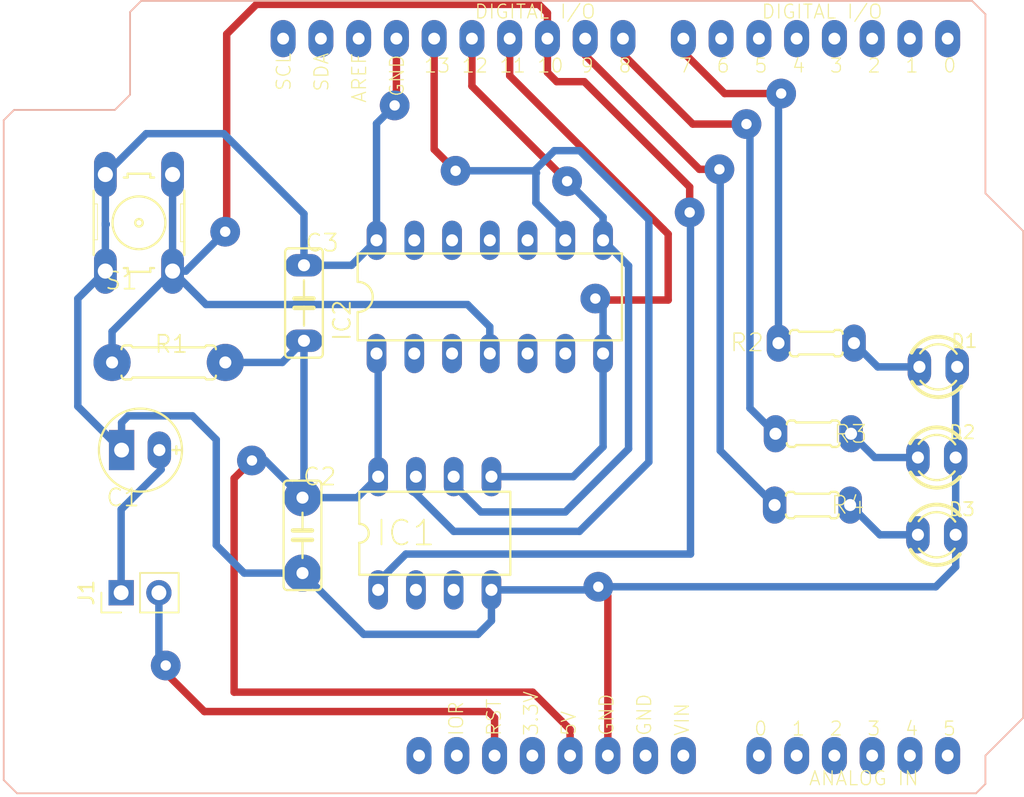
<source format=kicad_pcb>
(kicad_pcb (version 20211014) (generator pcbnew)
  (layers (0 "F.Cu" signal) (31 "B.Cu" signal) (34 "B.Paste" user) (35 "F.Paste" user) (36 "B.SilkS" user "B.Silkscreen") (37 "F.SilkS" user "F.Silkscreen") (38 "B.Mask" user) (39 "F.Mask" user) (44 "Edge.Cuts" user))
  (net 0 "")
  (net 1 "GND")
  (net 2 "+UB")
  (net 3 "VIN")
  (net 4 "Net-(C1-Pad+)")
  (net 5 "/MISO")
  (net 6 "/SCK")
  (net 7 "/MOSI")
  (net 8 "/RESET")
  (net 9 "Net-(D1-PadA)")
  (net 10 "Net-(D2-PadA)")
  (net 11 "Net-(D3-PadA)")
  (net 14 "3V3")
  (net 15 "Net-(U$1-PadRESET)")
  (net 16 "Net-(R2-Pad1)")
  (net 17 "Net-(R3-Pad1)")
  (net 18 "Net-(R4-Pad1)")
  (footprint "Attiny programmer shield:0204_5" (layer "F.Cu") (at 202.9 85.6)
    (fp_text reference "R4" (at 3.5941 0.002113) (layer "F.SilkS") (effects (font (size 1.180846 1.180846) (thickness 0.089154)) (justify right)))
    (fp_text value "270")
    (fp_line (start -1.524 -0.889) (end -1.27 -0.889) (layer "F.SilkS") (width 0.1524))
    (fp_line (start -1.143 0.762) (end -1.27 0.889) (layer "F.SilkS") (width 0.1524))
    (fp_line (start 1.143 0.762) (end -1.143 0.762) (layer "F.SilkS") (width 0.1524))
    (fp_line (start 1.143 -0.762) (end -1.143 -0.762) (layer "F.SilkS") (width 0.1524))
    (fp_line (start 1.143 0.762) (end 1.27 0.889) (layer "F.SilkS") (width 0.1524))
    (fp_line (start -1.143 -0.762) (end -1.27 -0.889) (layer "F.SilkS") (width 0.1524))
    (fp_line (start -1.524 0.889) (end -1.27 0.889) (layer "F.SilkS") (width 0.1524))
    (fp_line (start 1.143 -0.762) (end 1.27 -0.889) (layer "F.SilkS") (width 0.1524))
    (fp_line (start 1.524 -0.889) (end 1.27 -0.889) (layer "F.SilkS") (width 0.1524))
    (fp_line (start 1.524 0.889) (end 1.27 0.889) (layer "F.SilkS") (width 0.1524))
    (fp_arc (start 1.778 0.635) (mid 1.703605 0.814605) (end 1.524 0.889) (layer "F.SilkS") (width 0.1524))
    (fp_arc (start -1.524 0.889) (mid -1.703605 0.814605) (end -1.778 0.635) (layer "F.SilkS") (width 0.1524))
    (fp_arc (start -1.778 -0.635) (mid -1.703605 -0.814605) (end -1.524 -0.889) (layer "F.SilkS") (width 0.1524))
    (fp_arc (start 1.524 -0.889) (mid 1.703605 -0.814605) (end 1.778 -0.635) (layer "F.SilkS") (width 0.1524))
    (pad "1" thru_hole oval (at -2.54 0) (size 1.5748 2.5) (drill 0.8128) (layers *.Cu *.Mask) (net 18 "Net-(R4-Pad1)"))
    (pad "2" thru_hole oval (at 2.54 0) (size 1.5748 2.5) (drill 0.8128) (layers *.Cu *.Mask) (net 11 "Net-(D3-PadA)"))
  )
  (footprint "Attiny programmer shield:0204_5" (layer "F.Cu") (at 203.16 74.7)
    (fp_text reference "R2" (at -3.4417 -0.0381) (layer "F.SilkS") (effects (font (size 1.180846 1.180846) (thickness 0.089154)) (justify right)))
    (fp_text value "270")
    (fp_line (start 1.143 0.762) (end -1.143 0.762) (layer "F.SilkS") (width 0.1524))
    (fp_line (start -1.143 -0.762) (end -1.27 -0.889) (layer "F.SilkS") (width 0.1524))
    (fp_line (start -1.524 -0.889) (end -1.27 -0.889) (layer "F.SilkS") (width 0.1524))
    (fp_line (start 1.524 -0.889) (end 1.27 -0.889) (layer "F.SilkS") (width 0.1524))
    (fp_line (start 1.143 -0.762) (end -1.143 -0.762) (layer "F.SilkS") (width 0.1524))
    (fp_line (start 1.143 0.762) (end 1.27 0.889) (layer "F.SilkS") (width 0.1524))
    (fp_line (start -1.143 0.762) (end -1.27 0.889) (layer "F.SilkS") (width 0.1524))
    (fp_line (start 1.143 -0.762) (end 1.27 -0.889) (layer "F.SilkS") (width 0.1524))
    (fp_line (start -1.524 0.889) (end -1.27 0.889) (layer "F.SilkS") (width 0.1524))
    (fp_line (start 1.524 0.889) (end 1.27 0.889) (layer "F.SilkS") (width 0.1524))
    (fp_arc (start -1.524 0.889) (mid -1.703605 0.814605) (end -1.778 0.635) (layer "F.SilkS") (width 0.1524))
    (fp_arc (start 1.778 0.635) (mid 1.703605 0.814605) (end 1.524 0.889) (layer "F.SilkS") (width 0.1524))
    (fp_arc (start -1.778 -0.635) (mid -1.703605 -0.814605) (end -1.524 -0.889) (layer "F.SilkS") (width 0.1524))
    (fp_arc (start 1.524 -0.889) (mid 1.703605 -0.814605) (end 1.778 -0.635) (layer "F.SilkS") (width 0.1524))
    (pad "1" thru_hole oval (at -2.54 0) (size 1.5748 2.5) (drill 0.8128) (layers *.Cu *.Mask) (net 16 "Net-(R2-Pad1)"))
    (pad "2" thru_hole oval (at 2.54 0) (size 1.5748 2.5) (drill 0.8128) (layers *.Cu *.Mask) (net 9 "Net-(D1-PadA)"))
  )
  (footprint "Attiny programmer shield:LED3MM" (layer "F.Cu") (at 211.37 76.3)
    (fp_text reference "D1" (at 0.8001 -1.7399) (layer "F.SilkS") (effects (font (size 0.9017 0.9017) (thickness 0.1143)) (justify left)))
    (fp_text value "Yellow - programming" hide)
    (fp_arc (start 0 1.524) (mid -0.669593 1.369018) (end -1.203 0.9356) (layer "F.SilkS") (width 0.1524))
    (fp_arc (start 0 -1.524) (mid 0.697339 -1.355082) (end 1.2401 -0.885801) (layer "F.SilkS") (width 0.1524))
    (fp_arc (start 1.203 0.9356) (mid 0.669593 1.369018) (end 0 1.524) (layer "F.SilkS") (width 0.1524))
    (fp_arc (start -1.2192 -0.9144) (mid -0.681554 -1.363107) (end 0 -1.524) (layer "F.SilkS") (width 0.1524))
    (fp_arc (start 0 2.032) (mid -1.019925 1.757525) (end -1.7643 1.0082) (layer "F.SilkS") (width 0.254))
    (fp_arc (start -1.7929 -0.9562) (mid -1.045438 -1.7424) (end 0 -2.032) (layer "F.SilkS") (width 0.254))
    (fp_arc (start 1.5512 1.3126) (mid 0.854953 1.843405) (end 0 2.032) (layer "F.SilkS") (width 0.254))
    (fp_arc (start 0 -2.032) (mid 0.861864 -1.840173) (end 1.561 -1.3009) (layer "F.SilkS") (width 0.254))
    (pad "A" thru_hole oval (at -1.27 0) (size 1.5748 2.5) (drill 0.8128) (layers *.Cu *.Mask) (net 9 "Net-(D1-PadA)"))
    (pad "K" thru_hole oval (at 1.27 0) (size 1.5748 2.5) (drill 0.8128) (layers *.Cu *.Mask) (net 1 "GND"))
  )
  (footprint "Attiny programmer shield:ARDUINO-R3" (layer "F.Cu") (at 148.5011 105.0036)
    (fp_text reference "U$1" hide)
    (fp_text value "Arduino Uno" hide)
    (fp_text user "1" (at 52.959 -3.81) (layer "F.SilkS") (effects (font (size 0.93472 0.93472) (thickness 0.08128)) (justify left bottom)))
    (fp_text user "RST" (at 33.528 -3.7999 90) (layer "F.SilkS") (effects (font (size 0.93472 0.93472) (thickness 0.08128)) (justify left bottom)))
    (fp_text user "10" (at 37.719 -49.53) (layer "F.SilkS") (effects (font (size 0.93472 0.93472) (thickness 0.08128)) (justify right top)))
    (fp_text user "0" (at 50.419 -3.81) (layer "F.SilkS") (effects (font (size 0.93472 0.93472) (thickness 0.08128)) (justify left bottom)))
    (fp_text user "VIN" (at 46.1772 -3.81 90) (layer "F.SilkS") (effects (font (size 0.93472 0.93472) (thickness 0.08128)) (justify left bottom)))
    (fp_text user "3.3V" (at 36.0223 -3.81 90) (layer "F.SilkS") (effects (font (size 0.93472 0.93472) (thickness 0.08128)) (justify left bottom)))
    (fp_text user "5V" (at 38.5572 -3.81 90) (layer "F.SilkS") (effects (font (size 0.93472 0.93472) (thickness 0.08128)) (justify left bottom)))
    (fp_text user "DIGITAL I/O" (at 31.623 -52.07) (layer "F.SilkS") (effects (font (size 0.93472 0.93472) (thickness 0.08128)) (justify left bottom)))
    (fp_text user "2" (at 59.055 -49.53) (layer "F.SilkS") (effects (font (size 0.93472 0.93472) (thickness 0.08128)) (justify right top)))
    (fp_text user "2" (at 55.499 -3.81) (layer "F.SilkS") (effects (font (size 0.93472 0.93472) (thickness 0.08128)) (justify left bottom)))
    (fp_text user "7" (at 46.355 -49.53) (layer "F.SilkS") (effects (font (size 0.93472 0.93472) (thickness 0.08128)) (justify right top)))
    (fp_text user "4" (at 60.579 -3.81) (layer "F.SilkS") (effects (font (size 0.93472 0.93472) (thickness 0.08128)) (justify left bottom)))
    (fp_text user "SDA" (at 20.828 -49.911 90) (layer "F.SilkS") (effects (font (size 0.93472 0.93472) (thickness 0.08128)) (justify right top)))
    (fp_text user "12" (at 32.639 -49.53) (layer "F.SilkS") (effects (font (size 0.93472 0.93472) (thickness 0.08128)) (justify right top)))
    (fp_text user "13" (at 30.099 -49.53) (layer "F.SilkS") (effects (font (size 0.93472 0.93472) (thickness 0.08128)) (justify right top)))
    (fp_text user "GND" (at 41.0972 -3.81 90) (layer "F.SilkS") (effects (font (size 0.93472 0.93472) (thickness 0.08128)) (justify left bottom)))
    (fp_text user "5" (at 63.119 -3.81) (layer "F.SilkS") (effects (font (size 0.93472 0.93472) (thickness 0.08128)) (justify left bottom)))
    (fp_text user "1" (at 61.595 -49.53) (layer "F.SilkS") (effects (font (size 0.93472 0.93472) (thickness 0.08128)) (justify right top)))
    (fp_text user "IOR" (at 30.988 -3.7999 90) (layer "F.SilkS") (effects (font (size 0.93472 0.93472) (thickness 0.08128)) (justify left bottom)))
    (fp_text user "GND" (at 25.908 -49.784 90) (layer "F.SilkS") (effects (font (size 0.93472 0.93472) (thickness 0.08128)) (justify right top)))
    (fp_text user "SCL" (at 18.288 -49.911 90) (layer "F.SilkS") (effects (font (size 0.93472 0.93472) (thickness 0.08128)) (justify right top)))
    (fp_text user "5" (at 51.435 -49.53) (layer "F.SilkS") (effects (font (size 0.93472 0.93472) (thickness 0.08128)) (justify right top)))
    (fp_text user "8" (at 42.291 -49.53) (layer "F.SilkS") (effects (font (size 0.93472 0.93472) (thickness 0.08128)) (justify right top)))
    (fp_text user "GND" (at 43.6372 -3.81 90) (layer "F.SilkS") (effects (font (size 0.93472 0.93472) (thickness 0.08128)) (justify left bottom)))
    (fp_text user "11" (at 35.179 -49.53) (layer "F.SilkS") (effects (font (size 0.93472 0.93472) (thickness 0.08128)) (justify right top)))
    (fp_text user "3" (at 58.039 -3.81) (layer "F.SilkS") (effects (font (size 0.93472 0.93472) (thickness 0.08128)) (justify left bottom)))
    (fp_text user "ANALOG IN" (at 54.1121 -0.4623) (layer "F.SilkS") (effects (font (size 0.93472 0.93472) (thickness 0.08128)) (justify left bottom)))
    (fp_text user "6" (at 48.895 -49.53) (layer "F.SilkS") (effects (font (size 0.93472 0.93472) (thickness 0.08128)) (justify right top)))
    (fp_text user "3" (at 56.515 -49.53) (layer "F.SilkS") (effects (font (size 0.93472 0.93472) (thickness 0.08128)) (justify right top)))
    (fp_text user "4" (at 53.975 -49.53) (layer "F.SilkS") (effects (font (size 0.93472 0.93472) (thickness 0.08128)) (justify right top)))
    (fp_text user "9" (at 39.751 -49.53) (layer "F.SilkS") (effects (font (size 0.93472 0.93472) (thickness 0.08128)) (justify right top)))
    (fp_text user "DIGITAL I/O" (at 50.927 -52.07) (layer "F.SilkS") (effects (font (size 0.93472 0.93472) (thickness 0.08128)) (justify left bottom)))
    (fp_text user "0" (at 64.135 -49.53) (layer "F.SilkS") (effects (font (size 0.93472 0.93472) (thickness 0.08128)) (justify right top)))
    (fp_text user "AREF" (at 23.368 -49.911 90) (layer "F.SilkS") (effects (font (size 0.93472 0.93472) (thickness 0.08128)) (justify right top)))
    (fp_line (start 66.04 -52.441975) (end 66.04 -40.386) (layer "B.SilkS") (width 0.12))
    (fp_line (start 66.04 -0.635) (end 66.04 -2.54) (layer "B.SilkS") (width 0.12))
    (fp_line (start 8.5 -52.5948) (end 9.2452 -53.34) (layer "B.SilkS") (width 0.12))
    (fp_line (start 0 -0.898025) (end 0 -45.306009) (layer "B.SilkS") (width 0.12))
    (fp_line (start 8.5 -47.019862) (end 8.5 -52.5948) (layer "B.SilkS") (width 0.12))
    (fp_line (start 66.04 -2.54) (end 68.58 -5.08) (layer "B.SilkS") (width 0.12))
    (fp_line (start 0 -45.306009) (end 0.69399 -46) (layer "B.SilkS") (width 0.12))
    (fp_line (start 0.69399 -46) (end 7.480137 -46) (layer "B.SilkS") (width 0.12))
    (fp_line (start 68.58 -37.846) (end 66.04 -40.386) (layer "B.SilkS") (width 0.12))
    (fp_line (start 9.2452 -53.34) (end 65.141975 -53.34) (layer "B.SilkS") (width 0.12))
    (fp_line (start 65.405 0) (end 0.898025 0) (layer "B.SilkS") (width 0.12))
    (fp_line (start 65.405 0) (end 66.04 -0.635) (layer "B.SilkS") (width 0.12))
    (fp_line (start 7.480137 -46) (end 8.5 -47.019862) (layer "B.SilkS") (width 0.12))
    (fp_line (start 65.141975 -53.34) (end 66.04 -52.441975) (layer "B.SilkS") (width 0.12))
    (fp_line (start 68.58 -5.08) (end 68.58 -37.846) (layer "B.SilkS") (width 0.12))
    (fp_line (start 0.898025 0) (end 0 -0.898025) (layer "B.SilkS") (width 0.12))
    (pad "3V" thru_hole oval (at 35.56 -2.54) (size 1.6764 2.5) (drill 0.8) (layers *.Cu *.Mask) (net 14 "3V3"))
    (pad "5V" thru_hole oval (at 38.1 -2.54) (size 1.6764 2.5) (drill 0.8) (layers *.Cu *.Mask) (net 2 "+UB"))
    (pad "A0" thru_hole oval (at 50.8 -2.54) (size 1.6764 2.5) (drill 0.8) (layers *.Cu *.Mask))
    (pad "A1" thru_hole oval (at 53.34 -2.54) (size 1.6764 2.5) (drill 0.8) (layers *.Cu *.Mask))
    (pad "A2" thru_hole oval (at 55.88 -2.54) (size 1.6764 2.5) (drill 0.8) (layers *.Cu *.Mask))
    (pad "A3" thru_hole oval (at 58.42 -2.54) (size 1.6764 2.5) (drill 0.8) (layers *.Cu *.Mask))
    (pad "A4" thru_hole oval (at 60.96 -2.54) (size 1.6764 2.5) (drill 0.8) (layers *.Cu *.Mask))
    (pad "A5" thru_hole oval (at 63.5 -2.54) (size 1.6764 2.5) (drill 0.8) (layers *.Cu *.Mask))
    (pad "AREF" thru_hole oval (at 23.876 -50.8) (size 1.6764 2.5) (drill 0.8) (layers *.Cu *.Mask))
    (pad "D0" thru_hole oval (at 63.5 -50.8) (size 1.6764 2.5) (drill 0.8) (layers *.Cu *.Mask))
    (pad "D1" thru_hole oval (at 60.96 -50.8) (size 1.6764 2.5) (drill 0.8) (layers *.Cu *.Mask))
    (pad "D2" thru_hole oval (at 58.42 -50.8) (size 1.6764 2.5) (drill 0.8) (layers *.Cu *.Mask))
    (pad "D3" thru_hole oval (at 55.88 -50.8) (size 1.6764 2.5) (drill 0.8) (layers *.Cu *.Mask))
    (pad "D4" thru_hole oval (at 53.34 -50.8) (size 1.6764 2.5) (drill 0.8) (layers *.Cu *.Mask))
    (pad "D5" thru_hole oval (at 50.8 -50.8) (size 1.6764 2.5) (drill 0.8) (layers *.Cu *.Mask))
    (pad "D6" thru_hole oval (at 48.26 -50.8) (size 1.6764 2.5) (drill 0.8) (layers *.Cu *.Mask))
    (pad "D7" thru_hole oval (at 45.72 -50.8) (size 1.6764 2.5) (drill 0.8) (layers *.Cu *.Mask) (net 16 "Net-(R2-Pad1)"))
    (pad "D8" thru_hole oval (at 41.656 -50.8) (size 1.6764 2.5) (drill 0.8) (layers *.Cu *.Mask) (net 17 "Net-(R3-Pad1)"))
    (pad "D9" thru_hole oval (at 39.116 -50.8) (size 1.6764 2.5) (drill 0.8) (layers *.Cu *.Mask) (net 18 "Net-(R4-Pad1)"))
    (pad "D10" thru_hole oval (at 36.576 -50.8) (size 1.6764 2.5) (drill 0.8) (layers *.Cu *.Mask) (net 8 "/RESET"))
    (pad "D11" thru_hole oval (at 34.036 -50.8) (size 1.6764 2.5) (drill 0.8) (layers *.Cu *.Mask) (net 7 "/MOSI"))
    (pad "D12" thru_hole oval (at 31.496 -50.8) (size 1.6764 2.5) (drill 0.8) (layers *.Cu *.Mask) (net 5 "/MISO"))
    (pad "D13" thru_hole oval (at 28.956 -50.8) (size 1.6764 2.5) (drill 0.8) (layers *.Cu *.Mask) (net 6 "/SCK"))
    (pad "GND" thru_hole oval (at 26.416 -50.8) (size 1.6764 2.5) (drill 0.8) (layers *.Cu *.Mask) (net 1 "GND"))
    (pad "GND1" thru_hole oval (at 43.18 -2.54) (size 1.6764 2.5) (drill 0.8) (layers *.Cu *.Mask) (net 1 "GND"))
    (pad "GND2" thru_hole oval (at 40.64 -2.54) (size 1.6764 2.5) (drill 0.8) (layers *.Cu *.Mask) (net 1 "GND"))
    (pad "IOREF" thru_hole oval (at 30.48 -2.54) (size 1.6764 2.5) (drill 0.8) (layers *.Cu *.Mask))
    (pad "RESERVED" thru_hole oval (at 27.94 -2.54) (size 1.6764 2.5) (drill 0.8) (layers *.Cu *.Mask))
    (pad "RESET" thru_hole oval (at 33.02 -2.54) (size 1.6764 2.5) (drill 0.8) (layers *.Cu *.Mask) (net 15 "Net-(U$1-PadRESET)"))
    (pad "SCL" thru_hole oval (at 18.796 -50.8) (size 1.6764 2.5) (drill 0.8) (layers *.Cu *.Mask))
    (pad "SDA" thru_hole oval (at 21.336 -50.8) (size 1.6764 2.5) (drill 0.8) (layers *.Cu *.Mask))
    (pad "VIN" thru_hole oval (at 45.72 -2.54) (size 1.6764 2.5) (drill 0.8) (layers *.Cu *.Mask) (net 3 "VIN"))
  )
  (footprint "Attiny programmer shield:LED3MM" (layer "F.Cu") (at 211.27 82.4)
    (fp_text reference "D2" (at 0.762 -1.7018) (layer "F.SilkS") (effects (font (size 0.9017 0.9017) (thickness 0.1143)) (justify left)))
    (fp_text value "Red - error" hide)
    (fp_arc (start 0 2.032) (mid -1.019925 1.757525) (end -1.7643 1.0082) (layer "F.SilkS") (width 0.254))
    (fp_arc (start 0 -1.524) (mid 0.697339 -1.355082) (end 1.2401 -0.885801) (layer "F.SilkS") (width 0.1524))
    (fp_arc (start 0 -2.032) (mid 0.861864 -1.840173) (end 1.561 -1.3009) (layer "F.SilkS") (width 0.254))
    (fp_arc (start -1.2192 -0.9144) (mid -0.681554 -1.363107) (end 0 -1.524) (layer "F.SilkS") (width 0.1524))
    (fp_arc (start -1.7929 -0.9562) (mid -1.045438 -1.7424) (end 0 -2.032) (layer "F.SilkS") (width 0.254))
    (fp_arc (start 1.5512 1.3126) (mid 0.854953 1.843405) (end 0 2.032) (layer "F.SilkS") (width 0.254))
    (fp_arc (start 1.203 0.9356) (mid 0.669593 1.369018) (end 0 1.524) (layer "F.SilkS") (width 0.1524))
    (fp_arc (start 0 1.524) (mid -0.669593 1.369018) (end -1.203 0.9356) (layer "F.SilkS") (width 0.1524))
    (pad "A" thru_hole oval (at -1.27 0) (size 1.5748 2.5) (drill 0.8128) (layers *.Cu *.Mask) (net 10 "Net-(D2-PadA)"))
    (pad "K" thru_hole oval (at 1.27 0) (size 1.5748 2.5) (drill 0.8128) (layers *.Cu *.Mask) (net 1 "GND"))
  )
  (footprint "Attiny programmer shield:DIL08" (layer "F.Cu") (at 177.5 87.5)
    (fp_text reference "IC1" (at -4.058112 -0.014987) (layer "F.SilkS") (effects (font (size 1.6637 1.6637) (thickness 0.1143)) (justify left)))
    (fp_text value "attiny10/11/12/13/15/22/25/45/85" hide)
    (fp_line (start -5.08 0.635) (end -5.08 2.794) (layer "F.SilkS") (width 0.1524))
    (fp_line (start -5.08 -2.794) (end -5.08 -0.635) (layer "F.SilkS") (width 0.1524))
    (fp_line (start -5.08 2.794) (end 5.08 2.794) (layer "F.SilkS") (width 0.1524))
    (fp_line (start 5.08 -2.794) (end -5.08 -2.794) (layer "F.SilkS") (width 0.1524))
    (fp_line (start 5.08 2.794) (end 5.08 -2.794) (layer "F.SilkS") (width 0.1524))
    (fp_arc (start -5.08 -0.635) (mid -4.445 0) (end -5.08 0.635) (layer "F.SilkS") (width 0.1524))
    (pad "1" thru_hole oval (at -3.81 3.81 90) (size 2.6416 1.3208) (drill 0.8128) (layers *.Cu *.Mask) (net 8 "/RESET"))
    (pad "2" thru_hole oval (at -1.27 3.81 90) (size 2.6416 1.3208) (drill 0.8128) (layers *.Cu *.Mask))
    (pad "3" thru_hole oval (at 1.27 3.81 90) (size 2.6416 1.3208) (drill 0.8128) (layers *.Cu *.Mask))
    (pad "4" thru_hole oval (at 3.81 3.81 90) (size 2.6416 1.3208) (drill 0.8128) (layers *.Cu *.Mask) (net 1 "GND"))
    (pad "5" thru_hole oval (at 3.81 -3.81 90) (size 2.6416 1.3208) (drill 0.8128) (layers *.Cu *.Mask) (net 7 "/MOSI"))
    (pad "6" thru_hole oval (at 1.27 -3.81 90) (size 2.6416 1.3208) (drill 0.8128) (layers *.Cu *.Mask) (net 5 "/MISO"))
    (pad "7" thru_hole oval (at -1.27 -3.81 90) (size 2.6416 1.3208) (drill 0.8128) (layers *.Cu *.Mask) (net 6 "/SCK"))
    (pad "8" thru_hole oval (at -3.81 -3.81 90) (size 2.6416 1.3208) (drill 0.8128) (layers *.Cu *.Mask) (net 2 "+UB"))
  )
  (footprint "Attiny programmer shield:B3F-10XX" (layer "F.Cu") (at 157.6 66.6 -90)
    (fp_text reference "S1" (at 3.902685 0.012784) (layer "F.SilkS") (effects (font (size 1.1557 1.1557) (thickness 0.1143)) (justify right)))
    (fp_text value "Reset" hide)
    (fp_line (start -3.048 0.762) (end -3.302 0.762) (layer "F.SilkS") (width 0.1524))
    (fp_line (start 1.27 -2.794) (end 1.27 -3.048) (layer "F.SilkS") (width 0.0508))
    (fp_line (start -1.27 -3.048) (end -1.27 -2.794) (layer "F.SilkS") (width 0.0508))
    (fp_line (start -3.302 -0.762) (end -3.302 0.762) (layer "F.SilkS") (width 0.1524))
    (fp_line (start 1.143 2.794) (end 1.143 3.048) (layer "F.SilkS") (width 0.0508))
    (fp_line (start 3.302 0.762) (end 3.302 -0.762) (layer "F.SilkS") (width 0.1524))
    (fp_line (start -3.048 -0.762) (end -3.048 -1.016) (layer "F.SilkS") (width 0.1524))
    (fp_line (start -3.048 0.762) (end -3.048 1.016) (layer "F.SilkS") (width 0.1524))
    (fp_line (start 2.159 -3.048) (end 1.27 -3.048) (layer "F.SilkS") (width 0.1524))
    (fp_line (start -1.27 -3.048) (end -2.159 -3.048) (layer "F.SilkS") (width 0.1524))
    (fp_line (start 3.048 0.762) (end 3.048 1.016) (layer "F.SilkS") (width 0.1524))
    (fp_line (start -2.159 3.048) (end -1.27 3.048) (layer "F.SilkS") (width 0.1524))
    (fp_line (start -1.27 2.794) (end -1.27 3.048) (layer "F.SilkS") (width 0.0508))
    (fp_line (start -1.27 3.048) (end 1.143 3.048) (layer "F.SilkS") (width 0.1524))
    (fp_line (start 1.143 2.794) (end -1.27 2.794) (layer "F.SilkS") (width 0.0508))
    (fp_line (start 3.048 -0.762) (end 3.048 -1.016) (layer "F.SilkS") (width 0.1524))
    (fp_line (start -3.302 -0.762) (end -3.048 -0.762) (layer "F.SilkS") (width 0.1524))
    (fp_line (start 1.27 -3.048) (end -1.27 -3.048) (layer "F.SilkS") (width 0.1524))
    (fp_line (start 3.302 0.762) (end 3.048 0.762) (layer "F.SilkS") (width 0.1524))
    (fp_line (start 3.048 -0.762) (end 3.302 -0.762) (layer "F.SilkS") (width 0.1524))
    (fp_line (start 1.143 3.048) (end 2.159 3.048) (layer "F.SilkS") (width 0.1524))
    (fp_line (start 1.27 -2.794) (end -1.27 -2.794) (layer "F.SilkS") (width 0.0508))
    (fp_circle (center 0 0) (end 1.778 0) (layer "F.SilkS") (width 0.1524) (fill none))
    (fp_circle (center 0 0) (end 0.254 0) (layer "F.SilkS") (width 0.1524) (fill none))
    (pad "1" thru_hole oval (at -3.2512 -2.2606 270) (size 3.048 1.524) (drill 1.016) (layers *.Cu *.Mask) (net 8 "/RESET"))
    (pad "2" thru_hole oval (at 3.2512 -2.2606 270) (size 3.048 1.524) (drill 1.016) (layers *.Cu *.Mask) (net 8 "/RESET"))
    (pad "3" thru_hole oval (at -3.2512 2.2606 270) (size 3.048 1.524) (drill 1.016) (layers *.Cu *.Mask) (net 1 "GND"))
    (pad "4" thru_hole oval (at 3.2512 2.2606 270) (size 3.048 1.524) (drill 1.016) (layers *.Cu *.Mask) (net 1 "GND"))
  )
  (footprint "Attiny programmer shield:0204_5" (layer "F.Cu") (at 202.96 80.8)
    (fp_text reference "R3" (at 3.714287 0.023293) (layer "F.SilkS") (effects (font (size 1.180846 1.180846) (thickness 0.089154)) (justify right)))
    (fp_text value "270")
    (fp_line (start -1.524 -0.889) (end -1.27 -0.889) (layer "F.SilkS") (width 0.1524))
    (fp_line (start 1.143 -0.762) (end -1.143 -0.762) (layer "F.SilkS") (width 0.1524))
    (fp_line (start 1.143 0.762) (end 1.27 0.889) (layer "F.SilkS") (width 0.1524))
    (fp_line (start 1.143 0.762) (end -1.143 0.762) (layer "F.SilkS") (width 0.1524))
    (fp_line (start -1.143 0.762) (end -1.27 0.889) (layer "F.SilkS") (width 0.1524))
    (fp_line (start 1.143 -0.762) (end 1.27 -0.889) (layer "F.SilkS") (width 0.1524))
    (fp_line (start 1.524 -0.889) (end 1.27 -0.889) (layer "F.SilkS") (width 0.1524))
    (fp_line (start -1.524 0.889) (end -1.27 0.889) (layer "F.SilkS") (width 0.1524))
    (fp_line (start 1.524 0.889) (end 1.27 0.889) (layer "F.SilkS") (width 0.1524))
    (fp_line (start -1.143 -0.762) (end -1.27 -0.889) (layer "F.SilkS") (width 0.1524))
    (fp_arc (start 1.524 -0.889) (mid 1.703605 -0.814605) (end 1.778 -0.635) (layer "F.SilkS") (width 0.1524))
    (fp_arc (start 1.778 0.635) (mid 1.703605 0.814605) (end 1.524 0.889) (layer "F.SilkS") (width 0.1524))
    (fp_arc (start -1.524 0.889) (mid -1.703605 0.814605) (end -1.778 0.635) (layer "F.SilkS") (width 0.1524))
    (fp_arc (start -1.778 -0.635) (mid -1.703605 -0.814605) (end -1.524 -0.889) (layer "F.SilkS") (width 0.1524))
    (pad "1" thru_hole oval (at -2.54 0) (size 1.5748 2.5) (drill 0.8128) (layers *.Cu *.Mask) (net 17 "Net-(R3-Pad1)"))
    (pad "2" thru_hole oval (at 2.54 0) (size 1.5748 2.5) (drill 0.8128) (layers *.Cu *.Mask) (net 10 "Net-(D2-PadA)"))
  )
  (footprint "Attiny programmer shield:0207_7" (layer "F.Cu") (at 159.6 76)
    (fp_text reference "R1" (at -1.0287 -1.2319) (layer "F.SilkS") (effects (font (size 1.1557 1.1557) (thickness 0.1143)) (justify left)))
    (fp_text value "10k")
    (fp_line (start -2.921 -1.143) (end -2.54 -1.143) (layer "F.SilkS") (width 0.1524))
    (fp_line (start 2.413 1.016) (end 2.54 1.143) (layer "F.SilkS") (width 0.1524))
    (fp_line (start 2.413 1.016) (end -2.413 1.016) (layer "F.SilkS") (width 0.1524))
    (fp_line (start 2.413 -1.016) (end 2.54 -1.143) (layer "F.SilkS") (width 0.1524))
    (fp_line (start 2.921 -1.143) (end 2.54 -1.143) (layer "F.SilkS") (width 0.1524))
    (fp_line (start 2.921 1.143) (end 2.54 1.143) (layer "F.SilkS") (width 0.1524))
    (fp_line (start -2.413 -1.016) (end -2.54 -1.143) (layer "F.SilkS") (width 0.1524))
    (fp_line (start 2.413 -1.016) (end -2.413 -1.016) (layer "F.SilkS") (width 0.1524))
    (fp_line (start -2.413 1.016) (end -2.54 1.143) (layer "F.SilkS") (width 0.1524))
    (fp_line (start -2.921 1.143) (end -2.54 1.143) (layer "F.SilkS") (width 0.1524))
    (fp_arc (start -2.921 1.143) (mid -3.100605 1.068605) (end -3.175 0.889) (layer "F.SilkS") (width 0.1524))
    (fp_arc (start 2.921 -1.143) (mid 3.100605 -1.068605) (end 3.175 -0.889) (layer "F.SilkS") (width 0.1524))
    (fp_arc (start 3.175 0.889) (mid 3.100605 1.068605) (end 2.921 1.143) (layer "F.SilkS") (width 0.1524))
    (fp_arc (start -3.175 -0.889) (mid -3.100605 -1.068605) (end -2.921 -1.143) (layer "F.SilkS") (width 0.1524))
    (pad "1" thru_hole circle (at -3.81 0) (size 2.5 2.5) (drill 0.8128) (layers *.Cu *.Mask) (net 8 "/RESET"))
    (pad "2" thru_hole circle (at 3.81 0) (size 2.5 2.5) (drill 0.8128) (layers *.Cu *.Mask) (net 2 "+UB"))
  )
  (footprint "Attiny programmer shield:C050-025X075" (layer "F.Cu") (at 168.6 87.64 90)
    (fp_text reference "C2" (at 3.949 -0.0479) (layer "F.SilkS") (effects (font (size 1.1557 1.1557) (thickness 0.1143)) (justify left)))
    (fp_text value "100nF")
    (fp_line (start -0.3048 0) (end -0.3048 0.635) (layer "F.SilkS") (width 0.3048))
    (fp_line (start 3.429 -1.27) (end -3.429 -1.27) (layer "F.SilkS") (width 0.1524))
    (fp_line (start 0.3302 0) (end 0.3302 0.635) (layer "F.SilkS") (width 0.3048))
    (fp_line (start -3.429 1.27) (end 3.429 1.27) (layer "F.SilkS") (width 0.1524))
    (fp_line (start -0.3048 0) (end -1.524 0) (layer "F.SilkS") (width 0.1524))
    (fp_line (start 0.3302 -0.635) (end 0.3302 0) (layer "F.SilkS") (width 0.3048))
    (fp_line (start 0.3302 0) (end 1.524 0) (layer "F.SilkS") (width 0.1524))
    (fp_line (start -3.683 -1.016) (end -3.683 1.016) (layer "F.SilkS") (width 0.1524))
    (fp_line (start -0.3048 -0.635) (end -0.3048 0) (layer "F.SilkS") (width 0.3048))
    (fp_line (start 3.683 1.016) (end 3.683 -1.016) (layer "F.SilkS") (width 0.1524))
    (fp_arc (start -3.683 -1.016) (mid -3.608605 -1.195605) (end -3.429 -1.27) (layer "F.SilkS") (width 0.1524))
    (fp_arc (start 3.683 1.016) (mid 3.608605 1.195605) (end 3.429 1.27) (layer "F.SilkS") (width 0.1524))
    (fp_arc (start 3.429 -1.27) (mid 3.608605 -1.195605) (end 3.683 -1.016) (layer "F.SilkS") (width 0.1524))
    (fp_arc (start -3.429 1.27) (mid -3.608605 1.195605) (end -3.683 1.016) (layer "F.SilkS") (width 0.1524))
    (pad "1" thru_hole circle (at -2.54 0 90) (size 2.5 2.5) (drill 0.8128) (layers *.Cu *.Mask) (net 1 "GND"))
    (pad "2" thru_hole circle (at 2.54 0 90) (size 2.5 2.5) (drill 0.8128) (layers *.Cu *.Mask) (net 2 "+UB"))
  )
  (footprint "Attiny programmer shield:C050-025X075" (layer "F.Cu") (at 168.7 72 -90)
    (fp_text reference "C3" (at -4.0499 -0.0135) (layer "F.SilkS") (effects (font (size 1.1557 1.1557) (thickness 0.1143)) (justify left)))
    (fp_text value "100nF")
    (fp_line (start 3.429 -1.27) (end -3.429 -1.27) (layer "F.SilkS") (width 0.1524))
    (fp_line (start 3.683 1.016) (end 3.683 -1.016) (layer "F.SilkS") (width 0.1524))
    (fp_line (start -3.429 1.27) (end 3.429 1.27) (layer "F.SilkS") (width 0.1524))
    (fp_line (start -0.3048 0) (end -1.524 0) (layer "F.SilkS") (width 0.1524))
    (fp_line (start -0.3048 0) (end -0.3048 0.635) (layer "F.SilkS") (width 0.3048))
    (fp_line (start 0.3302 -0.635) (end 0.3302 0) (layer "F.SilkS") (width 0.3048))
    (fp_line (start -0.3048 -0.635) (end -0.3048 0) (layer "F.SilkS") (width 0.3048))
    (fp_line (start 0.3302 0) (end 0.3302 0.635) (layer "F.SilkS") (width 0.3048))
    (fp_line (start 0.3302 0) (end 1.524 0) (layer "F.SilkS") (width 0.1524))
    (fp_line (start -3.683 -1.016) (end -3.683 1.016) (layer "F.SilkS") (width 0.1524))
    (fp_arc (start 3.429 -1.27) (mid 3.608605 -1.195605) (end 3.683 -1.016) (layer "F.SilkS") (width 0.1524))
    (fp_arc (start -3.683 -1.016) (mid -3.608605 -1.195605) (end -3.429 -1.27) (layer "F.SilkS") (width 0.1524))
    (fp_arc (start -3.429 1.27) (mid -3.608605 1.195605) (end -3.683 1.016) (layer "F.SilkS") (width 0.1524))
    (fp_arc (start 3.683 1.016) (mid 3.608605 1.195605) (end 3.429 1.27) (layer "F.SilkS") (width 0.1524))
    (pad "1" thru_hole oval (at -2.54 0 270) (size 1.5 2.5) (drill 0.8128) (layers *.Cu *.Mask) (net 1 "GND"))
    (pad "2" thru_hole oval (at 2.54 0 270) (size 1.5 2.5) (drill 0.8128) (layers *.Cu *.Mask) (net 2 "+UB"))
  )
  (footprint "Connector_PinHeader_2.54mm:PinHeader_1x02_P2.54mm_Vertical" (layer "F.Cu") (at 156.4 91.5 90)
    (fp_text reference "J1" (at 0 -2.33 90) (layer "F.SilkS"))
    (fp_text value "Conn_01x02_Male")
    (fp_line (start -1.33 -1.33) (end 0 -1.33) (layer "F.SilkS") (width 0.12))
    (fp_line (start -1.33 1.27) (end -1.33 3.87) (layer "F.SilkS") (width 0.12))
    (fp_line (start 1.33 1.27) (end 1.33 3.87) (layer "F.SilkS") (width 0.12))
    (fp_line (start -1.33 1.27) (end 1.33 1.27) (layer "F.SilkS") (width 0.12))
    (fp_line (start -1.33 3.87) (end 1.33 3.87) (layer "F.SilkS") (width 0.12))
    (fp_line (start -1.33 0) (end -1.33 -1.33) (layer "F.SilkS") (width 0.12))
    (pad "1" thru_hole rect (at 0 0 90) (size 1.7 1.7) (drill 1) (layers *.Cu *.Mask) (net 4 "Net-(C1-Pad+)"))
    (pad "2" thru_hole oval (at 0 2.54 90) (size 1.7 1.7) (drill 1) (layers *.Cu *.Mask) (net 15 "Net-(U$1-PadRESET)"))
  )
  (footprint "Attiny programmer shield:LED3MM" (layer "F.Cu") (at 211.27 87.6)
    (fp_text reference "D3" (at 0.7366 -1.7145) (layer "F.SilkS") (effects (font (size 0.9017 0.9017) (thickness 0.1143)) (justify left)))
    (fp_text value "Green - ISP running" hide)
    (fp_arc (start 0 -2.032) (mid 0.861864 -1.840173) (end 1.561 -1.3009) (layer "F.SilkS") (width 0.254))
    (fp_arc (start -1.2192 -0.9144) (mid -0.681554 -1.363107) (end 0 -1.524) (layer "F.SilkS") (width 0.1524))
    (fp_arc (start 1.5512 1.3126) (mid 0.854953 1.843405) (end 0 2.032) (layer "F.SilkS") (width 0.254))
    (fp_arc (start 1.203 0.9356) (mid 0.669593 1.369018) (end 0 1.524) (layer "F.SilkS") (width 0.1524))
    (fp_arc (start 0 2.032) (mid -1.019925 1.757525) (end -1.7643 1.0082) (layer "F.SilkS") (width 0.254))
    (fp_arc (start 0 1.524) (mid -0.669593 1.369018) (end -1.203 0.9356) (layer "F.SilkS") (width 0.1524))
    (fp_arc (start -1.7929 -0.9562) (mid -1.045438 -1.7424) (end 0 -2.032) (layer "F.SilkS") (width 0.254))
    (fp_arc (start 0 -1.524) (mid 0.697339 -1.355082) (end 1.2401 -0.885801) (layer "F.SilkS") (width 0.1524))
    (pad "A" thru_hole oval (at -1.27 0) (size 1.5748 2.5) (drill 0.8128) (layers *.Cu *.Mask) (net 11 "Net-(D3-PadA)"))
    (pad "K" thru_hole oval (at 1.27 0) (size 1.5748 2.5) (drill 0.8128) (layers *.Cu *.Mask) (net 1 "GND"))
  )
  (footprint "Attiny programmer shield:DIL14" (layer "F.Cu") (at 181.2 71.59)
    (fp_text reference "IC2" (at -9.271 3.048 90) (layer "F.SilkS") (effects (font (size 1.143 1.143) (thickness 0.127)) (justify left bottom)))
    (fp_text value "attiny24/44/84")
    (fp_line (start 8.89 -2.921) (end 8.89 2.921) (layer "F.SilkS") (width 0.1524))
    (fp_line (start 8.89 -2.921) (end -8.89 -2.921) (layer "F.SilkS") (width 0.1524))
    (fp_line (start -8.89 2.921) (end -8.89 1.016) (layer "F.SilkS") (width 0.1524))
    (fp_line (start -8.89 2.921) (end 8.89 2.921) (layer "F.SilkS") (width 0.1524))
    (fp_line (start -8.89 -2.921) (end -8.89 -1.016) (layer "F.SilkS") (width 0.1524))
    (fp_arc (start -8.89 -1.016) (mid -7.874 0) (end -8.89 1.016) (layer "F.SilkS") (width 0.1524))
    (pad "1" thru_hole oval (at -7.62 3.81 90) (size 2.6416 1.3208) (drill 0.8128) (layers *.Cu *.Mask) (net 2 "+UB"))
    (pad "2" thru_hole oval (at -5.08 3.81 90) (size 2.6416 1.3208) (drill 0.8128) (layers *.Cu *.Mask))
    (pad "3" thru_hole oval (at -2.54 3.81 90) (size 2.6416 1.3208) (drill 0.8128) (layers *.Cu *.Mask))
    (pad "4" thru_hole oval (at 0 3.81 90) (size 2.6416 1.3208) (drill 0.8128) (layers *.Cu *.Mask) (net 8 "/RESET"))
    (pad "5" thru_hole oval (at 2.54 3.81 90) (size 2.6416 1.3208) (drill 0.8128) (layers *.Cu *.Mask))
    (pad "6" thru_hole oval (at 5.08 3.81 90) (size 2.6416 1.3208) (drill 0.8128) (layers *.Cu *.Mask))
    (pad "7" thru_hole oval (at 7.62 3.81 90) (size 2.6416 1.3208) (drill 0.8128) (layers *.Cu *.Mask) (net 7 "/MOSI"))
    (pad "8" thru_hole oval (at 7.62 -3.81 90) (size 2.6416 1.3208) (drill 0.8128) (layers *.Cu *.Mask) (net 5 "/MISO"))
    (pad "9" thru_hole oval (at 5.08 -3.81 90) (size 2.6416 1.3208) (drill 0.8128) (layers *.Cu *.Mask) (net 6 "/SCK"))
    (pad "10" thru_hole oval (at 2.54 -3.81 90) (size 2.6416 1.3208) (drill 0.8128) (layers *.Cu *.Mask))
    (pad "11" thru_hole oval (at 0 -3.81 90) (size 2.6416 1.3208) (drill 0.8128) (layers *.Cu *.Mask))
    (pad "12" thru_hole oval (at -2.54 -3.81 90) (size 2.6416 1.3208) (drill 0.8128) (layers *.Cu *.Mask))
    (pad "13" thru_hole oval (at -5.08 -3.81 90) (size 2.6416 1.3208) (drill 0.8128) (layers *.Cu *.Mask))
    (pad "14" thru_hole oval (at -7.62 -3.81 90) (size 2.6416 1.3208) (drill 0.8128) (layers *.Cu *.Mask) (net 1 "GND"))
  )
  (footprint "Attiny programmer shield:E2,5-6E" (layer "F.Cu") (at 157.7 81.9 180)
    (fp_text reference "C1" (at -0.0254 -3.2004) (layer "F.SilkS") (effects (font (size 1.1557 1.1557) (thickness 0.1143)) (justify right)))
    (fp_text value "10µF/16V")
    (fp_line (start -2.413 0.254) (end -2.413 -0.254) (layer "F.SilkS") (width 0.1524))
    (fp_line (start -2.159 0) (end -2.667 0) (layer "F.SilkS") (width 0.1524))
    (fp_circle (center 0 0) (end 2.794 0) (layer "F.SilkS") (width 0.1524) (fill none))
    (pad "+" thru_hole oval (at -1.27 0 180) (size 1.5748 2.5) (drill 0.8128) (layers *.Cu *.Mask) (net 4 "Net-(C1-Pad+)"))
    (pad "-" thru_hole rect (at 1.27 0 180) (size 1.7 2.7) (drill 1) (layers *.Cu *.Mask) (net 1 "GND"))
  )
  (segment (start 189.1411 91.7411) (end 188.5 91.1) (width 0.5) (layer "F.Cu") (net 1))
  (segment (start 189.1411 102.4636) (end 189.1411 91.7411) (width 0.5) (layer "F.Cu") (net 1))
  (segment (start 174.9171 58.5829) (end 174.8 58.7) (width 0.5) (layer "F.Cu") (net 1))
  (segment (start 174.9171 54.2036) (end 174.9171 58.5829) (width 0.5) (layer "F.Cu") (net 1))
  (via (at 188.5 91.1) (size 2) (drill 0.7) (layers "F.Cu" "B.Cu") (net 1))
  (via (at 174.8 58.7) (size 2) (drill 0.7) (layers "F.Cu" "B.Cu") (net 1))
  (segment (start 153.485 78.955) (end 156.43 81.9) (width 0.5) (layer "B.Cu") (net 1))
  (segment (start 162.8 81.2) (end 162.8 88.3) (width 0.5) (layer "B.Cu") (net 1))
  (segment (start 168.7 69.46) (end 168.7 66) (width 0.5) (layer "B.Cu") (net 1))
  (segment (start 164.68 90.18) (end 168.6 90.18) (width 0.5) (layer "B.Cu") (net 1))
  (segment (start 168.7 66) (end 163.3 60.6) (width 0.5) (layer "B.Cu") (net 1))
  (segment (start 168.7 69.46) (end 171.9 69.46) (width 0.5) (layer "B.Cu") (net 1))
  (segment (start 163.3 60.6) (end 158.0882 60.6) (width 0.5) (layer "B.Cu") (net 1))
  (segment (start 212.54 82.4) (end 212.54 76.4) (width 0.5) (layer "B.Cu") (net 1))
  (segment (start 180.4 94.3) (end 181.31 93.39) (width 0.5) (layer "B.Cu") (net 1))
  (segment (start 188.5 91.1) (end 188.29 91.31) (width 0.5) (layer "B.Cu") (net 1))
  (segment (start 171.9 69.46) (end 173.58 67.78) (width 0.5) (layer "B.Cu") (net 1))
  (segment (start 172.72 94.3) (end 180.4 94.3) (width 0.5) (layer "B.Cu") (net 1))
  (segment (start 156.43 81.9) (end 156.43 80.05) (width 0.5) (layer "B.Cu") (net 1))
  (segment (start 155.3394 66.6394) (end 155.3394 63.3488) (width 0.5) (layer "B.Cu") (net 1))
  (segment (start 188.5 91.1) (end 211.2 91.1) (width 0.5) (layer "B.Cu") (net 1))
  (segment (start 155.3394 69.8512) (end 153.485 71.7056) (width 0.5) (layer "B.Cu") (net 1))
  (segment (start 212.54 87.6) (end 212.54 82.4) (width 0.5) (layer "B.Cu") (net 1))
  (segment (start 162.8 88.3) (end 164.68 90.18) (width 0.5) (layer "B.Cu") (net 1))
  (segment (start 188.29 91.31) (end 181.31 91.31) (width 0.5) (layer "B.Cu") (net 1))
  (segment (start 156.43 80.05) (end 156.885 79.595) (width 0.5) (layer "B.Cu") (net 1))
  (segment (start 156.4 82.385895) (end 156.269084 82.254979) (width 0.5) (layer "B.Cu") (net 1))
  (segment (start 173.58 59.92) (end 173.58 67.78) (width 0.5) (layer "B.Cu") (net 1))
  (segment (start 212.54 89.76) (end 212.54 87.6) (width 0.5) (layer "B.Cu") (net 1))
  (segment (start 153.485 71.7056) (end 153.485 78.955) (width 0.5) (layer "B.Cu") (net 1))
  (segment (start 156.885 79.595) (end 161.195 79.595) (width 0.5) (layer "B.Cu") (net 1))
  (segment (start 158.0882 60.6) (end 155.3394 63.3488) (width 0.5) (layer "B.Cu") (net 1))
  (segment (start 174.8 58.7) (end 173.58 59.92) (width 0.5) (layer "B.Cu") (net 1))
  (segment (start 211.2 91.1) (end 212.54 89.76) (width 0.5) (layer "B.Cu") (net 1))
  (segment (start 168.6 90.18) (end 172.72 94.3) (width 0.5) (layer "B.Cu") (net 1))
  (segment (start 212.54 76.4) (end 212.64 76.3) (width 0.5) (layer "B.Cu") (net 1))
  (segment (start 181.31 93.39) (end 181.31 91.31) (width 0.5) (layer "B.Cu") (net 1))
  (segment (start 155.4 66.7) (end 155.3394 66.6394) (width 0.5) (layer "B.Cu") (net 1))
  (segment (start 155.3394 69.8512) (end 155.3394 66.7606) (width 0.5) (layer "B.Cu") (net 1))
  (segment (start 155.3394 66.7606) (end 155.4 66.7) (width 0.5) (layer "B.Cu") (net 1))
  (segment (start 161.195 79.595) (end 162.8 81.2) (width 0.5) (layer "B.Cu") (net 1))
  (segment (start 186.6011 102.4636) (end 186.6011 100.7136) (width 0.5) (layer "F.Cu") (net 2))
  (segment (start 184.0825 98.195) (end 164 98.195) (width 0.5) (layer "F.Cu") (net 2))
  (segment (start 186.6011 100.7136) (end 184.0825 98.195) (width 0.5) (layer "F.Cu") (net 2))
  (segment (start 164 98.195) (end 164 83.8) (width 0.5) (layer "F.Cu") (net 2))
  (segment (start 164 83.8) (end 165.2 82.6) (width 0.5) (layer "F.Cu") (net 2))
  (via (at 165.2 82.6) (size 2) (drill 0.7) (layers "F.Cu" "B.Cu") (net 2))
  (segment (start 163.41 76) (end 167.24 76) (width 0.5) (layer "B.Cu") (net 2))
  (segment (start 172.28 85.1) (end 173.69 83.69) (width 0.5) (layer "B.Cu") (net 2))
  (segment (start 169 84.7) (end 168.7 84.4) (width 0.5) (layer "B.Cu") (net 2))
  (segment (start 165.2 82.6) (end 166.1 82.6) (width 0.5) (layer "B.Cu") (net 2))
  (segment (start 173.69 83.69) (end 173.69 75.51) (width 0.5) (layer "B.Cu") (net 2))
  (segment (start 168.6 85.1) (end 172.28 85.1) (width 0.5) (layer "B.Cu") (net 2))
  (segment (start 168.7 84.4) (end 168.7 74.54) (width 0.5) (layer "B.Cu") (net 2))
  (segment (start 173.69 75.51) (end 173.58 75.4) (width 0.5) (layer "B.Cu") (net 2))
  (segment (start 168.6 85.1) (end 169 84.7) (width 0.5) (layer "B.Cu") (net 2))
  (segment (start 166.1 82.6) (end 168.6 85.1) (width 0.5) (layer "B.Cu") (net 2))
  (segment (start 167.24 76) (end 168.7 74.54) (width 0.5) (layer "B.Cu") (net 2))
  (segment (start 156.4 85.9) (end 159.1 83.2) (width 0.5) (layer "B.Cu") (net 4))
  (segment (start 156.4 91.5) (end 156.4 85.9) (width 0.5) (layer "B.Cu") (net 4))
  (segment (start 179.9971 57.3971) (end 186.4 63.8) (width 0.5) (layer "F.Cu") (net 5))
  (segment (start 179.9971 54.2036) (end 179.9971 57.3971) (width 0.5) (layer "F.Cu") (net 5))
  (via (at 186.4 63.8) (size 2) (drill 0.7) (layers "F.Cu" "B.Cu") (net 5))
  (segment (start 190.5354 81.810148) (end 190.5354 69.4954) (width 0.5) (layer "B.Cu") (net 5))
  (segment (start 188.82 66.22) (end 188.82 67.78) (width 0.5) (layer "B.Cu") (net 5))
  (segment (start 190.5354 69.4954) (end 188.82 67.78) (width 0.5) (layer "B.Cu") (net 5))
  (segment (start 178.77 84.236342) (end 180.599458 86.0658) (width 0.5) (layer "B.Cu") (net 5))
  (segment (start 178.77 83.69) (end 178.77 84.236342) (width 0.5) (layer "B.Cu") (net 5))
  (segment (start 186.279748 86.0658) (end 190.5354 81.810148) (width 0.5) (layer "B.Cu") (net 5))
  (segment (start 180.599458 86.0658) (end 186.279748 86.0658) (width 0.5) (layer "B.Cu") (net 5))
  (segment (start 186.4 63.8) (end 188.82 66.22) (width 0.5) (layer "B.Cu") (net 5))
  (segment (start 177.4571 54.2036) (end 177.4571 61.6571) (width 0.5) (layer "F.Cu") (net 6))
  (segment (start 177.4571 61.6571) (end 178.9 63.1) (width 0.5) (layer "F.Cu") (net 6))
  (via (at 178.9 63.1) (size 2) (drill 0.7) (layers "F.Cu" "B.Cu") (net 6))
  (segment (start 191.9 66.393791) (end 187.251209 61.745) (width 0.5) (layer "B.Cu") (net 6))
  (segment (start 176.23 83.69) (end 176.23 84.83) (width 0.5) (layer "B.Cu") (net 6))
  (segment (start 184.3 62.993791) (end 184.3 65.253658) (width 0.5) (layer "B.Cu") (net 6))
  (segment (start 191.9 82.7) (end 191.9 66.393791) (width 0.5) (layer "B.Cu") (net 6))
  (segment (start 178.7708 87.3708) (end 187.2292 87.3708) (width 0.5) (layer "B.Cu") (net 6))
  (segment (start 184.3 65.253658) (end 186.28 67.233658) (width 0.5) (layer "B.Cu") (net 6))
  (segment (start 178.9 63.1) (end 184.2 63.1) (width 0.5) (layer "B.Cu") (net 6))
  (segment (start 176.23 84.83) (end 178.7708 87.3708) (width 0.5) (layer "B.Cu") (net 6))
  (segment (start 187.2292 87.3708) (end 191.9 82.7) (width 0.5) (layer "B.Cu") (net 6))
  (segment (start 186.28 67.233658) (end 186.28 67.78) (width 0.5) (layer "B.Cu") (net 6))
  (segment (start 187.251209 61.745) (end 185.548791 61.745) (width 0.5) (layer "B.Cu") (net 6))
  (segment (start 185.548791 61.745) (end 184.3 62.993791) (width 0.5) (layer "B.Cu") (net 6))
  (segment (start 184.2 63.1) (end 184.345 63.245) (width 0.5) (layer "B.Cu") (net 6))
  (segment (start 192.869646 67.030355) (end 193.2 67.360709) (width 0.5) (layer "F.Cu") (net 7))
  (segment (start 193.2 67.360709) (end 193.2 71.8) (width 0.5) (layer "F.Cu") (net 7))
  (segment (start 182.5371 54.2036) (end 182.5371 56.697809) (width 0.5) (layer "F.Cu") (net 7))
  (segment (start 188.4 71.8) (end 188.3 71.7) (width 0.5) (layer "F.Cu") (net 7))
  (segment (start 182.5371 56.697809) (end 192.869646 67.030355) (width 0.5) (layer "F.Cu") (net 7))
  (segment (start 193.2 71.8) (end 188.4 71.8) (width 0.5) (layer "F.Cu") (net 7))
  (via (at 188.3 71.7) (size 2) (drill 0.7) (layers "F.Cu" "B.Cu") (net 7))
  (segment (start 188.82 72.22) (end 188.82 75.4) (width 0.5) (layer "B.Cu") (net 7))
  (segment (start 188.82 81.68) (end 188.82 75.4) (width 0.5) (layer "B.Cu") (net 7))
  (segment (start 181.31 83.69) (end 186.81 83.69) (width 0.5) (layer "B.Cu") (net 7))
  (segment (start 186.81 83.69) (end 188.82 81.68) (width 0.5) (layer "B.Cu") (net 7))
  (segment (start 188.3 71.7) (end 188.82 72.22) (width 0.5) (layer "B.Cu") (net 7))
  (segment (start 185.0771 56.4771) (end 185.0771 54.2036) (width 0.5) (layer "F.Cu") (net 8))
  (segment (start 194.6455 64.191048) (end 187.554452 57.1) (width 0.5) (layer "F.Cu") (net 8))
  (segment (start 187.554452 57.1) (end 185.7 57.1) (width 0.5) (layer "F.Cu") (net 8))
  (segment (start 194.6455 65.9) (end 194.6455 64.191048) (width 0.5) (layer "F.Cu") (net 8))
  (segment (start 185.7 57.1) (end 185.0771 56.4771) (width 0.5) (layer "F.Cu") (net 8))
  (segment (start 185.0771 52.4771) (end 185.0771 54.2036) (width 0.5) (layer "F.Cu") (net 8))
  (segment (start 165.5014 51.8986) (end 184.4986 51.8986) (width 0.5) (layer "F.Cu") (net 8))
  (segment (start 163.5 67.1) (end 163.5 53.9) (width 0.5) (layer "F.Cu") (net 8))
  (segment (start 184.4986 51.8986) (end 185.0771 52.4771) (width 0.5) (layer "F.Cu") (net 8))
  (segment (start 163.5 53.9) (end 165.5014 51.8986) (width 0.5) (layer "F.Cu") (net 8))
  (segment (start 163.4 67.2) (end 163.5 67.1) (width 0.5) (layer "F.Cu") (net 8))
  (via (at 194.6455 65.9) (size 2) (drill 0.7) (layers "F.Cu" "B.Cu") (net 8))
  (via (at 163.4 67.2) (size 2) (drill 0.7) (layers "F.Cu" "B.Cu") (net 8))
  (segment (start 194.6455 65.9) (end 194.7 65.9545) (width 0.5) (layer "B.Cu") (net 8))
  (segment (start 179.7 72.1) (end 181.2 73.6) (width 0.5) (layer "B.Cu") (net 8))
  (segment (start 160.7488 69.8512) (end 163.4 67.2) (width 0.5) (layer "B.Cu") (net 8))
  (segment (start 173.69 90.763658) (end 173.69 91.31) (width 0.5) (layer "B.Cu") (net 8))
  (segment (start 159.8606 69.8512) (end 159.8606 63.3488) (width 0.5) (layer "B.Cu") (net 8))
  (segment (start 175.553658 88.9) (end 173.69 90.763658) (width 0.5) (layer "B.Cu") (net 8))
  (segment (start 155.79 73.9218) (end 159.8606 69.8512) (width 0.5) (layer "B.Cu") (net 8))
  (segment (start 194.7 88.9) (end 175.553658 88.9) (width 0.5) (layer "B.Cu") (net 8))
  (segment (start 194.7 65.9545) (end 194.7 88.9) (width 0.5) (layer "B.Cu") (net 8))
  (segment (start 155.79 76) (end 155.79 73.9218) (width 0.5) (layer "B.Cu") (net 8))
  (segment (start 159.8606 69.8512) (end 160.7488 69.8512) (width 0.5) (layer "B.Cu") (net 8))
  (segment (start 159.8606 69.8512) (end 162.1094 72.1) (width 0.5) (layer "B.Cu") (net 8))
  (segment (start 181.2 73.6) (end 181.2 75.4) (width 0.5) (layer "B.Cu") (net 8))
  (segment (start 162.1094 72.1) (end 179.7 72.1) (width 0.5) (layer "B.Cu") (net 8))
  (segment (start 207.3 76.3) (end 205.7 74.7) (width 0.5) (layer "B.Cu") (net 9))
  (segment (start 210.1 76.3) (end 207.3 76.3) (width 0.5) (layer "B.Cu") (net 9))
  (segment (start 210 82.4) (end 207.1 82.4) (width 0.5) (layer "B.Cu") (net 10))
  (segment (start 207.1 82.4) (end 205.5 80.8) (width 0.5) (layer "B.Cu") (net 10))
  (segment (start 207.44 87.6) (end 205.44 85.6) (width 0.5) (layer "B.Cu") (net 11))
  (segment (start 210 87.6) (end 207.44 87.6) (width 0.5) (layer "B.Cu") (net 11))
  (segment (start 181.1 99.5) (end 162 99.5) (width 0.5) (layer "F.Cu") (net 15))
  (segment (start 181.5211 102.4636) (end 181.5211 99.9211) (width 0.5) (layer "F.Cu") (net 15))
  (segment (start 181.5211 99.9211) (end 181.1 99.5) (width 0.5) (layer "F.Cu") (net 15))
  (segment (start 162 99.5) (end 159.4 96.9) (width 0.5) (layer "F.Cu") (net 15))
  (segment (start 159.4 96.9) (end 159.4 96.4) (width 0.5) (layer "F.Cu") (net 15))
  (via (at 159.4 96.4) (size 2) (drill 0.7) (layers "F.Cu" "B.Cu") (net 15))
  (segment (start 159.4 96.4) (end 158.94 95.94) (width 0.5) (layer "B.Cu") (net 15))
  (segment (start 158.94 95.94) (end 158.94 91.5) (width 0.5) (layer "B.Cu") (net 15))
  (segment (start 197 57.9) (end 194.2211 55.1211) (width 0.5) (layer "F.Cu") (net 16))
  (segment (start 194.2211 55.1211) (end 194.2211 54.2036) (width 0.5) (layer "F.Cu") (net 16))
  (segment (start 200.8 57.9) (end 197 57.9) (width 0.5) (layer "F.Cu") (net 16))
  (via (at 200.8 57.9) (size 2) (drill 0.7) (layers "F.Cu" "B.Cu") (net 16))
  (segment (start 200.62 58.08) (end 200.62 74.7) (width 0.5) (layer "B.Cu") (net 16))
  (segment (start 200.8 57.9) (end 200.62 58.08) (width 0.5) (layer "B.Cu") (net 16))
  (segment (start 190.1571 55.2571) (end 190.1571 54.2036) (width 0.5) (layer "F.Cu") (net 17))
  (segment (start 198.466513 59.9545) (end 194.8545 59.9545) (width 0.5) (layer "F.Cu") (net 17))
  (segment (start 194.8545 59.9545) (end 190.1571 55.2571) (width 0.5) (layer "F.Cu") (net 17))
  (via (at 198.466513 59.9545) (size 2) (drill 0.7) (layers "F.Cu" "B.Cu") (net 17))
  (segment (start 198.7 79.08) (end 200.42 80.8) (width 0.5) (layer "B.Cu") (net 17))
  (segment (start 198.7 60.187987) (end 198.7 79.08) (width 0.5) (layer "B.Cu") (net 17))
  (segment (start 198.466513 59.9545) (end 198.7 60.187987) (width 0.5) (layer "B.Cu") (net 17))
  (segment (start 187.6171 55.3171) (end 187.6171 54.2036) (width 0.5) (layer "F.Cu") (net 18))
  (segment (start 196.6455 63) (end 195.3 63) (width 0.5) (layer "F.Cu") (net 18))
  (segment (start 195.3 63) (end 187.6171 55.3171) (width 0.5) (layer "F.Cu") (net 18))
  (via (at 196.6455 63) (size 2) (drill 0.7) (layers "F.Cu" "B.Cu") (net 18))
  (segment (start 196.6455 63) (end 196.7 63.0545) (width 0.5) (layer "B.Cu") (net 18))
  (segment (start 196.7 63.0545) (end 196.7 81.94) (width 0.5) (layer "B.Cu") (net 18))
  (segment (start 196.7 81.94) (end 200.36 85.6) (width 0.5) (layer "B.Cu") (net 18))
)
</source>
